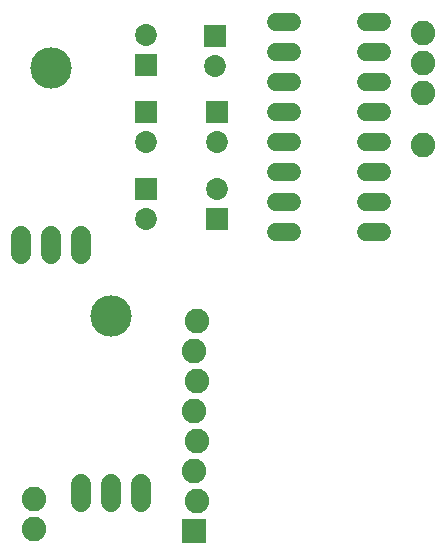
<source format=gts>
G75*
%MOIN*%
%OFA0B0*%
%FSLAX24Y24*%
%IPPOS*%
%LPD*%
%AMOC8*
5,1,8,0,0,1.08239X$1,22.5*
%
%ADD10C,0.0600*%
%ADD11R,0.0730X0.0730*%
%ADD12C,0.0730*%
%ADD13C,0.0820*%
%ADD14C,0.0680*%
%ADD15C,0.1380*%
%ADD16R,0.0820X0.0820*%
D10*
X009837Y011444D02*
X010357Y011444D01*
X010357Y012444D02*
X009837Y012444D01*
X009837Y013444D02*
X010357Y013444D01*
X010357Y014444D02*
X009837Y014444D01*
X009837Y015444D02*
X010357Y015444D01*
X010357Y016444D02*
X009837Y016444D01*
X009837Y017444D02*
X010357Y017444D01*
X010357Y018444D02*
X009837Y018444D01*
X012837Y018444D02*
X013357Y018444D01*
X013357Y017444D02*
X012837Y017444D01*
X012837Y016444D02*
X013357Y016444D01*
X013357Y015444D02*
X012837Y015444D01*
X012837Y014444D02*
X013357Y014444D01*
X013357Y013444D02*
X012837Y013444D01*
X012837Y012444D02*
X013357Y012444D01*
X013357Y011444D02*
X012837Y011444D01*
D11*
X007857Y011885D03*
X005495Y012885D03*
X005495Y015444D03*
X005495Y017003D03*
X007786Y017995D03*
X007857Y015444D03*
D12*
X007857Y014444D03*
X007857Y012885D03*
X005495Y011885D03*
X005495Y014444D03*
X007786Y016995D03*
X005495Y018003D03*
D13*
X001755Y001558D03*
X001755Y002558D03*
X007114Y003471D03*
X007214Y002471D03*
X007214Y004471D03*
X007114Y005471D03*
X007214Y006471D03*
X007114Y007471D03*
X007214Y008471D03*
X014747Y014353D03*
X014747Y016093D03*
X014747Y017093D03*
X014747Y018093D03*
D14*
X003326Y011323D02*
X003326Y010723D01*
X002326Y010723D02*
X002326Y011323D01*
X001326Y011323D02*
X001326Y010723D01*
X003322Y003055D02*
X003322Y002455D01*
X004322Y002455D02*
X004322Y003055D01*
X005322Y003055D02*
X005322Y002455D01*
D15*
X004322Y008655D03*
X002326Y016923D03*
D16*
X007114Y001471D03*
M02*

</source>
